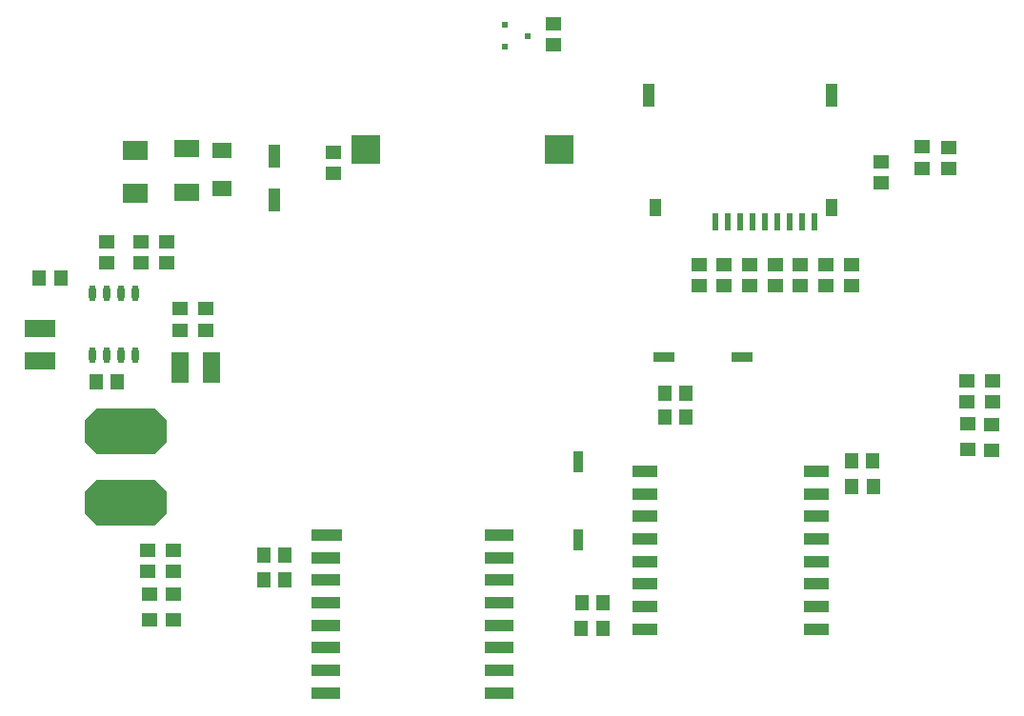
<source format=gtp>
G04*
G04 #@! TF.GenerationSoftware,Altium Limited,Altium Designer,20.2.6 (244)*
G04*
G04 Layer_Color=8421504*
%FSTAX24Y24*%
%MOIN*%
G70*
G04*
G04 #@! TF.SameCoordinates,20AB1978-7CCD-4664-BF1E-2587ED644C09*
G04*
G04*
G04 #@! TF.FilePolarity,Positive*
G04*
G01*
G75*
%ADD22R,0.0394X0.0787*%
%ADD23R,0.0197X0.0591*%
%ADD24R,0.0394X0.0591*%
%ADD25R,0.0551X0.0472*%
%ADD26R,0.0350X0.0750*%
%ADD27R,0.0236X0.0197*%
%ADD28R,0.1102X0.0433*%
%ADD29R,0.1024X0.0433*%
%ADD30R,0.0984X0.0984*%
%ADD31R,0.0550X0.0500*%
%ADD32R,0.0886X0.0394*%
%ADD33R,0.0472X0.0551*%
%ADD34R,0.1063X0.0630*%
%ADD35R,0.0630X0.1063*%
%ADD36O,0.0236X0.0571*%
%ADD37R,0.0394X0.0787*%
%ADD38R,0.0750X0.0350*%
G04:AMPARAMS|DCode=39|XSize=287.4mil|YSize=157.5mil|CornerRadius=0mil|HoleSize=0mil|Usage=FLASHONLY|Rotation=180.000|XOffset=0mil|YOffset=0mil|HoleType=Round|Shape=Octagon|*
%AMOCTAGOND39*
4,1,8,-0.1437,0.0394,-0.1437,-0.0394,-0.1043,-0.0787,0.1043,-0.0787,0.1437,-0.0394,0.1437,0.0394,0.1043,0.0787,-0.1043,0.0787,-0.1437,0.0394,0.0*
%
%ADD39OCTAGOND39*%

%ADD40R,0.0900X0.0640*%
%ADD41R,0.0709X0.0531*%
%ADD42R,0.0858X0.0675*%
D22*
X03004Y022341D02*
D03*
X023662D02*
D03*
D23*
X029016Y017914D02*
D03*
X028583D02*
D03*
X027717D02*
D03*
X027284D02*
D03*
X026851D02*
D03*
X026418D02*
D03*
X025985D02*
D03*
X029449D02*
D03*
X02815D02*
D03*
D24*
X023898Y018404D02*
D03*
X03004D02*
D03*
D25*
X030741Y016416D02*
D03*
Y015668D02*
D03*
X026299Y016412D02*
D03*
Y015664D02*
D03*
X027188Y016412D02*
D03*
Y015664D02*
D03*
X028077Y016412D02*
D03*
Y015664D02*
D03*
X028966Y016412D02*
D03*
Y015664D02*
D03*
X025411Y016412D02*
D03*
Y015664D02*
D03*
X007023Y006406D02*
D03*
Y005658D02*
D03*
X006134D02*
D03*
Y006406D02*
D03*
X035674Y012346D02*
D03*
Y011598D02*
D03*
X031784Y019258D02*
D03*
Y020006D02*
D03*
X02032Y0241D02*
D03*
Y024848D02*
D03*
X012614Y019588D02*
D03*
X006786Y016454D02*
D03*
X00725Y01411D02*
D03*
X033216Y020522D02*
D03*
Y019774D02*
D03*
X034166Y020502D02*
D03*
Y019754D02*
D03*
X034774Y011588D02*
D03*
Y012336D02*
D03*
X029855Y016412D02*
D03*
Y015664D02*
D03*
X00725Y014858D02*
D03*
X00814D02*
D03*
Y01411D02*
D03*
X006786Y017202D02*
D03*
X004696D02*
D03*
Y016454D02*
D03*
X00589Y0172D02*
D03*
Y016452D02*
D03*
X012614Y020336D02*
D03*
D26*
X02119Y006752D02*
D03*
Y009508D02*
D03*
D27*
X019417Y024414D02*
D03*
X01863Y024788D02*
D03*
Y02404D02*
D03*
D28*
X012398Y006926D02*
D03*
D29*
X012358Y006138D02*
D03*
Y005351D02*
D03*
Y004564D02*
D03*
Y003776D02*
D03*
Y002989D02*
D03*
Y002201D02*
D03*
Y001414D02*
D03*
X018421D02*
D03*
Y002201D02*
D03*
Y002989D02*
D03*
Y003776D02*
D03*
Y004564D02*
D03*
Y005351D02*
D03*
Y006138D02*
D03*
Y006926D02*
D03*
D30*
X020526Y02044D02*
D03*
X013754D02*
D03*
D31*
X00702Y00487D02*
D03*
Y00397D02*
D03*
X03565Y01081D02*
D03*
Y00991D02*
D03*
X00618Y00396D02*
D03*
Y00486D02*
D03*
X03481Y00993D02*
D03*
Y01083D02*
D03*
D32*
X029524Y009162D02*
D03*
Y008374D02*
D03*
Y007587D02*
D03*
Y0068D02*
D03*
Y006012D02*
D03*
Y005225D02*
D03*
Y004437D02*
D03*
Y00365D02*
D03*
X02352D02*
D03*
Y004437D02*
D03*
Y005225D02*
D03*
Y006012D02*
D03*
Y0068D02*
D03*
Y007587D02*
D03*
Y008374D02*
D03*
Y009162D02*
D03*
D33*
X021314Y004553D02*
D03*
X022062D02*
D03*
X021304Y003664D02*
D03*
X022052D02*
D03*
X010936Y005359D02*
D03*
X010188D02*
D03*
X002332Y01595D02*
D03*
X010188Y006237D02*
D03*
X031506Y00864D02*
D03*
X031496Y009519D02*
D03*
X024966Y011908D02*
D03*
X024218D02*
D03*
X024222Y01106D02*
D03*
X02497D02*
D03*
X030748Y009519D02*
D03*
X030758Y00864D02*
D03*
X010936Y006237D02*
D03*
X00308Y01595D02*
D03*
X00506Y01231D02*
D03*
X004312D02*
D03*
D34*
X00234Y014151D02*
D03*
Y013049D02*
D03*
D35*
X007249Y01279D02*
D03*
X008351D02*
D03*
D36*
X00569Y01324D02*
D03*
X00419D02*
D03*
X00469D02*
D03*
X00519D02*
D03*
X00419Y015386D02*
D03*
X00469D02*
D03*
X00519D02*
D03*
X00569D02*
D03*
D37*
X01054Y018673D02*
D03*
Y020208D02*
D03*
D38*
X026938Y013178D02*
D03*
X024182D02*
D03*
D39*
X00537Y00808D02*
D03*
Y01058D02*
D03*
D40*
X00748Y01892D02*
D03*
Y02046D02*
D03*
D41*
X00871Y020399D02*
D03*
Y019081D02*
D03*
D42*
X00568Y018887D02*
D03*
Y020413D02*
D03*
M02*

</source>
